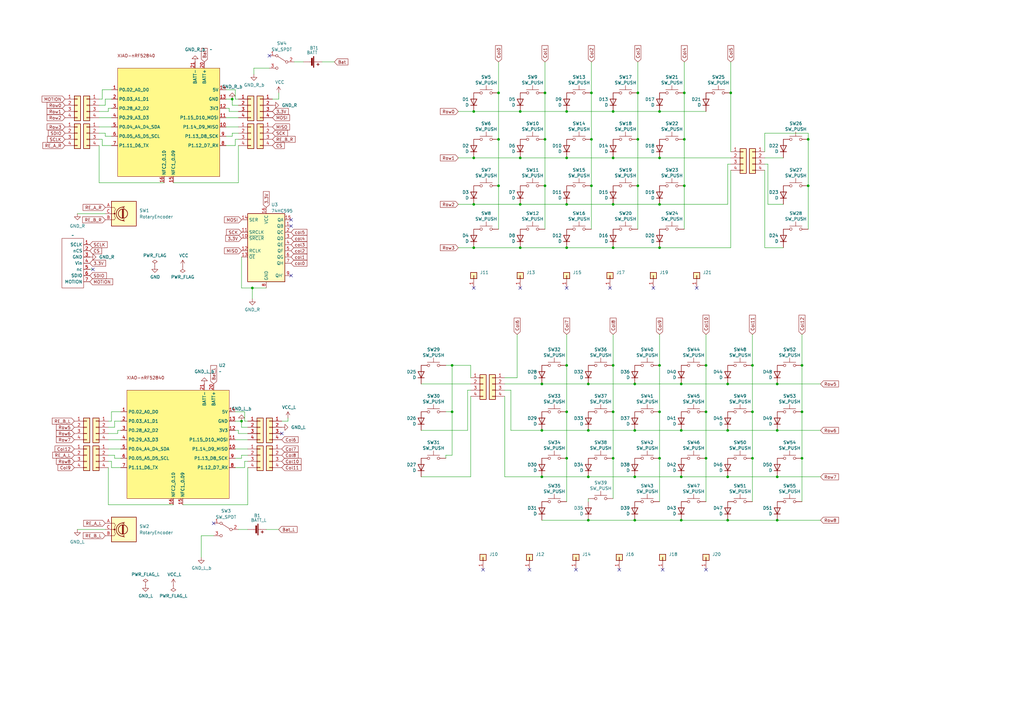
<source format=kicad_sch>
(kicad_sch (version 20250114) (generator "eeschema") (generator_version "9.0")
  (paper "A3")
  (title_block (title "nofy"))
  (junction (at 279.4 157.48))
  (junction (at 232.41 168.91))
  (junction (at 241.3 176.53))
  (junction (at 308.61 168.91))
  (junction (at 185.42 168.91))
  (junction (at 242.57 57.15))
  (junction (at 194.31 64.77))
  (junction (at 331.47 57.15))
  (junction (at 223.52 57.15))
  (junction (at 298.45 213.36))
  (junction (at 232.41 149.86))
  (junction (at 299.72 38.1))
  (junction (at 270.51 149.86))
  (junction (at 213.36 45.72))
  (junction (at 279.4 176.53))
  (junction (at 204.47 38.1))
  (junction (at 223.52 38.1))
  (junction (at 289.56 149.86))
  (junction (at 270.51 45.72))
  (junction (at 251.46 83.82))
  (junction (at 261.62 57.15))
  (junction (at 222.25 195.58))
  (junction (at 270.51 64.77))
  (junction (at 261.62 38.1))
  (junction (at 260.35 157.48))
  (junction (at 308.61 149.86))
  (junction (at 194.31 83.82))
  (junction (at 328.93 187.96))
  (junction (at 241.3 195.58))
  (junction (at 194.31 45.72))
  (junction (at 251.46 45.72))
  (junction (at 270.51 83.82))
  (junction (at 251.46 101.6))
  (junction (at 280.67 38.1))
  (junction (at 328.93 149.86))
  (junction (at 289.56 187.96))
  (junction (at 279.4 213.36))
  (junction (at 251.46 168.91))
  (junction (at 289.56 168.91))
  (junction (at 232.41 83.82))
  (junction (at 331.47 76.2))
  (junction (at 204.47 76.2))
  (junction (at 318.77 213.36))
  (junction (at 308.61 187.96))
  (junction (at 318.77 195.58))
  (junction (at 251.46 187.96))
  (junction (at 260.35 176.53))
  (junction (at 222.25 176.53))
  (junction (at 232.41 101.6))
  (junction (at 213.36 83.82))
  (junction (at 241.3 157.48))
  (junction (at 232.41 187.96))
  (junction (at 260.35 213.36))
  (junction (at 95.25 40.64))
  (junction (at 213.36 64.77))
  (junction (at 185.42 149.86))
  (junction (at 242.57 38.1))
  (junction (at 318.77 157.48))
  (junction (at 241.3 213.36))
  (junction (at 232.41 45.72))
  (junction (at 280.67 76.2))
  (junction (at 270.51 187.96))
  (junction (at 223.52 76.2))
  (junction (at 251.46 64.77))
  (junction (at 251.46 149.86))
  (junction (at 270.51 168.91))
  (junction (at 328.93 168.91))
  (junction (at 318.77 176.53))
  (junction (at 103.505 118.11))
  (junction (at 261.62 76.2))
  (junction (at 213.36 101.6))
  (junction (at 232.41 64.77))
  (junction (at 298.45 195.58))
  (junction (at 270.51 101.6))
  (junction (at 298.45 157.48))
  (junction (at 260.35 195.58))
  (junction (at 194.31 101.6))
  (junction (at 280.67 57.15))
  (junction (at 222.25 157.48))
  (junction (at 298.45 176.53))
  (junction (at 279.4 195.58))
  (junction (at 99.06 172.72))
  (junction (at 204.47 57.15))
  (junction (at 242.57 76.2))
  (no_connect (at 267.97 118.11))
  (no_connect (at 232.41 118.11))
  (no_connect (at 119.38 92.71))
  (no_connect (at 110.49 22.86))
  (no_connect (at 289.56 233.68))
  (no_connect (at 236.22 233.68))
  (no_connect (at 87.63 214.63))
  (no_connect (at 250.19 118.11))
  (no_connect (at 285.75 118.11))
  (no_connect (at 198.12 233.68))
  (no_connect (at 115.57 177.8))
  (no_connect (at 119.38 90.17))
  (no_connect (at 38.1 110.49))
  (no_connect (at 271.78 233.68))
  (no_connect (at 217.17 233.68))
  (no_connect (at 254 233.68))
  (no_connect (at 119.38 113.03))
  (no_connect (at 194.31 118.11))
  (no_connect (at 213.36 118.11))
  (wire (pts (xy 95.25 43.18) (xy 97.79 43.18)))
  (wire (pts (xy 298.45 213.36) (xy 318.77 213.36)))
  (wire (pts (xy 279.4 213.36) (xy 298.45 213.36)))
  (wire (pts (xy 298.45 176.53) (xy 318.77 176.53)))
  (wire (pts (xy 251.46 101.6) (xy 270.51 101.6)))
  (wire (pts (xy 96.52 176.53) (xy 97.79 176.53)))
  (wire (pts (xy 209.55 176.53) (xy 222.25 176.53)))
  (wire (pts (xy 251.46 83.82) (xy 232.41 83.82)))
  (wire (pts (xy 298.45 195.58) (xy 318.77 195.58)))
  (wire (pts (xy 308.61 187.96) (xy 308.61 205.74)))
  (wire (pts (xy 96.52 187.96) (xy 99.06 187.96)))
  (wire (pts (xy 71.12 74.93) (xy 97.79 74.93)))
  (wire (pts (xy 251.46 64.77) (xy 232.41 64.77)))
  (wire (pts (xy 313.69 64.77) (xy 321.31 64.77)))
  (wire (pts (xy 82.55 219.71) (xy 82.55 228.6)))
  (wire (pts (xy 40.64 45.72) (xy 44.45 45.72)))
  (wire (pts (xy 100.33 191.77) (xy 100.33 189.23)))
  (wire (pts (xy 213.36 83.82) (xy 194.31 83.82)))
  (wire (pts (xy 92.71 48.26) (xy 97.79 48.26)))
  (wire (pts (xy 207.01 160.02) (xy 209.55 160.02)))
  (wire (pts (xy 40.64 59.69) (xy 40.64 74.93)))
  (wire (pts (xy 44.45 44.45) (xy 44.45 45.72)))
  (wire (pts (xy 185.42 186.69) (xy 185.42 168.91)))
  (wire (pts (xy 232.41 168.91) (xy 232.41 187.96)))
  (wire (pts (xy 96.52 191.77) (xy 100.33 191.77)))
  (wire (pts (xy 279.4 213.36) (xy 260.35 213.36)))
  (wire (pts (xy 45.72 172.72) (xy 44.45 172.72)))
  (wire (pts (xy 209.55 160.02) (xy 209.55 176.53)))
  (wire (pts (xy 251.46 187.96) (xy 251.46 204.47)))
  (wire (pts (xy 289.56 168.91) (xy 289.56 187.96)))
  (wire (pts (xy 100.33 172.72) (xy 101.6 172.72)))
  (wire (pts (xy 223.52 25.4) (xy 223.52 38.1)))
  (wire (pts (xy 49.53 187.96) (xy 46.99 187.96)))
  (wire (pts (xy 118.11 171.45) (xy 118.11 172.72)))
  (wire (pts (xy 270.51 45.72) (xy 251.46 45.72)))
  (wire (pts (xy 194.31 45.72) (xy 187.96 45.72)))
  (wire (pts (xy 92.71 36.83) (xy 96.52 36.83)))
  (wire (pts (xy 41.91 57.15) (xy 40.64 57.15)))
  (wire (pts (xy 331.47 54.61) (xy 331.47 57.15)))
  (wire (pts (xy 132.08 25.4) (xy 137.16 25.4)))
  (wire (pts (xy 241.3 204.47) (xy 241.3 205.74)))
  (wire (pts (xy 191.77 176.53) (xy 172.72 176.53)))
  (wire (pts (xy 331.47 76.2) (xy 331.47 93.98)))
  (wire (pts (xy 101.6 207.01) (xy 101.6 191.77)))
  (wire (pts (xy 120.65 25.4) (xy 124.46 25.4)))
  (wire (pts (xy 193.04 162.56) (xy 193.04 195.58)))
  (wire (pts (xy 92.71 44.45) (xy 93.98 44.45)))
  (wire (pts (xy 45.72 168.91) (xy 45.72 172.72)))
  (wire (pts (xy 270.51 168.91) (xy 270.51 187.96)))
  (wire (pts (xy 46.99 186.69) (xy 44.45 186.69)))
  (wire (pts (xy 40.64 52.07) (xy 45.72 52.07)))
  (wire (pts (xy 270.51 83.82) (xy 298.45 83.82)))
  (wire (pts (xy 207.01 195.58) (xy 222.25 195.58)))
  (wire (pts (xy 242.57 76.2) (xy 242.57 93.98)))
  (wire (pts (xy 242.57 25.4) (xy 242.57 38.1)))
  (wire (pts (xy 104.14 27.94) (xy 104.14 30.48)))
  (wire (pts (xy 313.69 69.85) (xy 313.69 101.6)))
  (wire (pts (xy 213.36 101.6) (xy 194.31 101.6)))
  (wire (pts (xy 331.47 57.15) (xy 331.47 76.2)))
  (wire (pts (xy 299.72 69.85) (xy 299.72 101.6)))
  (wire (pts (xy 279.4 195.58) (xy 298.45 195.58)))
  (wire (pts (xy 31.75 217.17) (xy 43.18 217.17)))
  (wire (pts (xy 97.79 177.8) (xy 101.6 177.8)))
  (wire (pts (xy 280.67 76.2) (xy 280.67 93.98)))
  (wire (pts (xy 182.88 186.69) (xy 182.88 187.96)))
  (wire (pts (xy 96.52 168.91) (xy 100.33 168.91)))
  (wire (pts (xy 260.35 195.58) (xy 241.3 195.58)))
  (wire (pts (xy 270.51 137.16) (xy 270.51 149.86)))
  (wire (pts (xy 74.93 207.01) (xy 101.6 207.01)))
  (wire (pts (xy 43.18 55.88) (xy 43.18 54.61)))
  (wire (pts (xy 251.46 149.86) (xy 251.46 168.91)))
  (wire (pts (xy 46.99 187.96) (xy 46.99 186.69)))
  (wire (pts (xy 207.01 162.56) (xy 207.01 195.58)))
  (wire (pts (xy 313.69 62.23) (xy 313.69 54.61)))
  (wire (pts (xy 41.91 36.83) (xy 41.91 40.64)))
  (wire (pts (xy 43.18 54.61) (xy 40.64 54.61)))
  (wire (pts (xy 87.63 219.71) (xy 82.55 219.71)))
  (wire (pts (xy 110.49 27.94) (xy 104.14 27.94)))
  (wire (pts (xy 45.72 40.64) (xy 43.18 40.64)))
  (wire (pts (xy 313.69 67.31) (xy 314.96 67.31)))
  (wire (pts (xy 204.47 57.15) (xy 204.47 76.2)))
  (wire (pts (xy 212.09 137.16) (xy 212.09 154.94)))
  (wire (pts (xy 46.99 175.26) (xy 44.45 175.26)))
  (wire (pts (xy 46.99 172.72) (xy 46.99 175.26)))
  (wire (pts (xy 95.25 54.61) (xy 97.79 54.61)))
  (wire (pts (xy 44.45 207.01) (xy 44.45 191.77)))
  (wire (pts (xy 172.72 157.48) (xy 193.04 157.48)))
  (wire (pts (xy 103.505 118.11) (xy 103.505 122.555)))
  (wire (pts (xy 45.72 44.45) (xy 44.45 44.45)))
  (wire (pts (xy 279.4 176.53) (xy 260.35 176.53)))
  (wire (pts (xy 45.72 191.77) (xy 45.72 189.23)))
  (wire (pts (xy 232.41 45.72) (xy 213.36 45.72)))
  (wire (pts (xy 45.72 189.23) (xy 44.45 189.23)))
  (wire (pts (xy 328.93 187.96) (xy 328.93 205.74)))
  (wire (pts (xy 261.62 25.4) (xy 261.62 38.1)))
  (wire (pts (xy 328.93 137.16) (xy 328.93 149.86)))
  (wire (pts (xy 289.56 149.86) (xy 289.56 168.91)))
  (wire (pts (xy 289.56 187.96) (xy 289.56 205.74)))
  (wire (pts (xy 308.61 149.86) (xy 308.61 168.91)))
  (wire (pts (xy 232.41 101.6) (xy 213.36 101.6)))
  (wire (pts (xy 261.62 38.1) (xy 261.62 57.15)))
  (wire (pts (xy 204.47 38.1) (xy 204.47 57.15)))
  (wire (pts (xy 251.46 101.6) (xy 232.41 101.6)))
  (wire (pts (xy 241.3 195.58) (xy 222.25 195.58)))
  (wire (pts (xy 299.72 64.77) (xy 270.51 64.77)))
  (wire (pts (xy 100.33 189.23) (xy 101.6 189.23)))
  (wire (pts (xy 114.3 40.64) (xy 114.3 38.1)))
  (wire (pts (xy 96.52 172.72) (xy 99.06 172.72)))
  (wire (pts (xy 270.51 149.86) (xy 270.51 168.91)))
  (wire (pts (xy 95.25 40.64) (xy 95.25 43.18)))
  (wire (pts (xy 270.51 45.72) (xy 289.56 45.72)))
  (wire (pts (xy 308.61 137.16) (xy 308.61 149.86)))
  (wire (pts (xy 242.57 57.15) (xy 242.57 76.2)))
  (wire (pts (xy 298.45 157.48) (xy 318.77 157.48)))
  (wire (pts (xy 31.75 87.63) (xy 43.18 87.63)))
  (wire (pts (xy 49.53 191.77) (xy 45.72 191.77)))
  (wire (pts (xy 241.3 176.53) (xy 222.25 176.53)))
  (wire (pts (xy 270.51 64.77) (xy 251.46 64.77)))
  (wire (pts (xy 213.36 64.77) (xy 194.31 64.77)))
  (wire (pts (xy 260.35 157.48) (xy 241.3 157.48)))
  (wire (pts (xy 41.91 40.64) (xy 40.64 40.64)))
  (wire (pts (xy 49.53 168.91) (xy 45.72 168.91)))
  (wire (pts (xy 96.52 59.69) (xy 96.52 57.15)))
  (wire (pts (xy 99.06 172.72) (xy 99.06 175.26)))
  (wire (pts (xy 193.04 195.58) (xy 172.72 195.58)))
  (wire (pts (xy 92.71 40.64) (xy 95.25 40.64)))
  (wire (pts (xy 313.69 101.6) (xy 321.31 101.6)))
  (wire (pts (xy 40.64 48.26) (xy 45.72 48.26)))
  (wire (pts (xy 232.41 64.77) (xy 213.36 64.77)))
  (wire (pts (xy 314.96 83.82) (xy 321.31 83.82)))
  (wire (pts (xy 260.35 176.53) (xy 241.3 176.53)))
  (wire (pts (xy 191.77 160.02) (xy 191.77 176.53)))
  (wire (pts (xy 111.76 40.64) (xy 114.3 40.64)))
  (wire (pts (xy 318.77 176.53) (xy 336.55 176.53)))
  (wire (pts (xy 95.25 55.88) (xy 95.25 54.61)))
  (wire (pts (xy 96.52 40.64) (xy 97.79 40.64)))
  (wire (pts (xy 299.72 67.31) (xy 298.45 67.31)))
  (wire (pts (xy 194.31 64.77) (xy 187.96 64.77)))
  (wire (pts (xy 99.06 186.69) (xy 101.6 186.69)))
  (wire (pts (xy 93.98 44.45) (xy 93.98 45.72)))
  (wire (pts (xy 279.4 195.58) (xy 260.35 195.58)))
  (wire (pts (xy 261.62 76.2) (xy 261.62 93.98)))
  (wire (pts (xy 251.46 45.72) (xy 232.41 45.72)))
  (wire (pts (xy 182.88 186.69) (xy 185.42 186.69)))
  (wire (pts (xy 45.72 59.69) (xy 41.91 59.69)))
  (wire (pts (xy 241.3 157.48) (xy 222.25 157.48)))
  (wire (pts (xy 96.52 184.15) (xy 101.6 184.15)))
  (wire (pts (xy 251.46 137.16) (xy 251.46 149.86)))
  (wire (pts (xy 92.71 59.69) (xy 96.52 59.69)))
  (wire (pts (xy 100.33 168.91) (xy 100.33 172.72)))
  (wire (pts (xy 97.79 59.69) (xy 97.79 74.93)))
  (wire (pts (xy 182.88 149.86) (xy 185.42 149.86)))
  (wire (pts (xy 207.01 157.48) (xy 222.25 157.48)))
  (wire (pts (xy 48.26 176.53) (xy 48.26 177.8)))
  (wire (pts (xy 99.06 105.41) (xy 99.06 118.11)))
  (wire (pts (xy 204.47 25.4) (xy 204.47 38.1)))
  (wire (pts (xy 314.96 67.31) (xy 314.96 83.82)))
  (wire (pts (xy 280.67 57.15) (xy 280.67 76.2)))
  (wire (pts (xy 328.93 168.91) (xy 328.93 187.96)))
  (wire (pts (xy 232.41 149.86) (xy 232.41 168.91)))
  (wire (pts (xy 298.45 67.31) (xy 298.45 83.82)))
  (wire (pts (xy 93.98 45.72) (xy 97.79 45.72)))
  (wire (pts (xy 193.04 160.02) (xy 191.77 160.02)))
  (wire (pts (xy 270.51 187.96) (xy 270.51 205.74)))
  (wire (pts (xy 242.57 38.1) (xy 242.57 57.15)))
  (wire (pts (xy 44.45 184.15) (xy 49.53 184.15)))
  (wire (pts (xy 187.96 101.6) (xy 194.31 101.6)))
  (wire (pts (xy 115.57 172.72) (xy 118.11 172.72)))
  (wire (pts (xy 223.52 38.1) (xy 223.52 57.15)))
  (wire (pts (xy 299.72 101.6) (xy 270.51 101.6)))
  (wire (pts (xy 212.09 154.94) (xy 207.01 154.94)))
  (wire (pts (xy 194.31 83.82) (xy 187.96 83.82)))
  (wire (pts (xy 280.67 38.1) (xy 280.67 57.15)))
  (wire (pts (xy 313.69 54.61) (xy 331.47 54.61)))
  (wire (pts (xy 280.67 25.4) (xy 280.67 38.1)))
  (wire (pts (xy 109.22 118.11) (xy 103.505 118.11)))
  (wire (pts (xy 299.72 25.4) (xy 299.72 38.1)))
  (wire (pts (xy 279.4 157.48) (xy 260.35 157.48)))
  (wire (pts (xy 99.06 118.11) (xy 103.505 118.11)))
  (wire (pts (xy 241.3 213.36) (xy 222.25 213.36)))
  (wire (pts (xy 270.51 83.82) (xy 251.46 83.82)))
  (wire (pts (xy 232.41 137.16) (xy 232.41 149.86)))
  (wire (pts (xy 99.06 175.26) (xy 101.6 175.26)))
  (wire (pts (xy 49.53 172.72) (xy 46.99 172.72)))
  (wire (pts (xy 193.04 149.86) (xy 193.04 154.94)))
  (wire (pts (xy 318.77 213.36) (xy 336.55 213.36)))
  (wire (pts (xy 204.47 76.2) (xy 204.47 93.98)))
  (wire (pts (xy 41.91 59.69) (xy 41.91 57.15)))
  (wire (pts (xy 251.46 168.91) (xy 251.46 187.96)))
  (wire (pts (xy 97.79 176.53) (xy 97.79 177.8)))
  (wire (pts (xy 44.45 180.34) (xy 49.53 180.34)))
  (wire (pts (xy 45.72 55.88) (xy 43.18 55.88)))
  (wire (pts (xy 185.42 149.86) (xy 185.42 168.91)))
  (wire (pts (xy 279.4 176.53) (xy 298.45 176.53)))
  (wire (pts (xy 49.53 176.53) (xy 48.26 176.53)))
  (wire (pts (xy 44.45 177.8) (xy 48.26 177.8)))
  (wire (pts (xy 328.93 149.86) (xy 328.93 168.91)))
  (wire (pts (xy 318.77 195.58) (xy 336.55 195.58)))
  (wire (pts (xy 71.12 207.01) (xy 44.45 207.01)))
  (wire (pts (xy 279.4 157.48) (xy 298.45 157.48)))
  (wire (pts (xy 182.88 168.91) (xy 185.42 168.91)))
  (wire (pts (xy 223.52 57.15) (xy 223.52 76.2)))
  (wire (pts (xy 213.36 45.72) (xy 194.31 45.72)))
  (wire (pts (xy 96.52 57.15) (xy 97.79 57.15)))
  (wire (pts (xy 318.77 157.48) (xy 336.55 157.48)))
  (wire (pts (xy 109.22 217.17) (xy 114.3 217.17)))
  (wire (pts (xy 261.62 57.15) (xy 261.62 76.2)))
  (wire (pts (xy 299.72 38.1) (xy 299.72 62.23)))
  (wire (pts (xy 45.72 36.83) (xy 41.91 36.83)))
  (wire (pts (xy 260.35 213.36) (xy 241.3 213.36)))
  (wire (pts (xy 67.31 74.93) (xy 40.64 74.93)))
  (wire (pts (xy 38.1 110.49) (xy 36.83 110.49)))
  (wire (pts (xy 96.52 180.34) (xy 101.6 180.34)))
  (wire (pts (xy 92.71 55.88) (xy 95.25 55.88)))
  (wire (pts (xy 99.06 187.96) (xy 99.06 186.69)))
  (wire (pts (xy 308.61 168.91) (xy 308.61 187.96)))
  (wire (pts (xy 232.41 187.96) (xy 232.41 205.74)))
  (wire (pts (xy 97.79 217.17) (xy 101.6 217.17)))
  (wire (pts (xy 232.41 83.82) (xy 213.36 83.82)))
  (wire (pts (xy 289.56 137.16) (xy 289.56 149.86)))
  (wire (pts (xy 96.52 36.83) (xy 96.52 40.64)))
  (wire (pts (xy 185.42 149.86) (xy 193.04 149.86)))
  (wire (pts (xy 43.18 40.64) (xy 43.18 43.18)))
  (wire (pts (xy 92.71 52.07) (xy 97.79 52.07)))
  (wire (pts (xy 43.18 43.18) (xy 40.64 43.18)))
  (wire (pts (xy 223.52 76.2) (xy 223.52 93.98)))
  (global_label "Row1" (shape input) (at 26.67 45.72 180) (property "Intersheetrefs" "${INTERSHEET_REFS}" (effects (hide yes))))
  (global_label "Row2" (shape input) (at 187.96 83.82 180) (property "Intersheetrefs" "${INTERSHEET_REFS}" (effects (hide yes))))
  (global_label "Col6" (shape input) (at 115.57 180.34 0) (property "Intersheetrefs" "${INTERSHEET_REFS}" (effects (hide yes))))
  (global_label "Row1" (shape input) (at 187.96 64.77 180) (property "Intersheetrefs" "${INTERSHEET_REFS}" (effects (hide yes))))
  (global_label "col0" (shape input) (at 119.38 107.95 0) (property "Intersheetrefs" "${INTERSHEET_REFS}" (effects (hide yes))))
  (global_label "Col3" (shape input) (at 261.62 25.4 90) (property "Intersheetrefs" "${INTERSHEET_REFS}" (effects (hide yes))))
  (global_label "RE_A_L" (shape input) (at 43.18 214.63 180) (property "Intersheetrefs" "${INTERSHEET_REFS}" (effects (hide yes))))
  (global_label "RE_A_R" (shape input) (at 26.67 59.69 180) (property "Intersheetrefs" "${INTERSHEET_REFS}" (effects (hide yes))))
  (global_label "3.3V" (shape input) (at 36.83 107.95 0) (property "Intersheetrefs" "${INTERSHEET_REFS}" (effects (hide yes))))
  (global_label "Bat_L" (shape input) (at 87.63 157.48 90) (property "Intersheetrefs" "${INTERSHEET_REFS}" (effects (hide yes))))
  (global_label "MISO" (shape input) (at 99.06 102.87 180) (property "Intersheetrefs" "${INTERSHEET_REFS}" (effects (hide yes))))
  (global_label "Col7" (shape input) (at 232.41 137.16 90) (property "Intersheetrefs" "${INTERSHEET_REFS}" (effects (hide yes))))
  (global_label "Col9" (shape input) (at 30.48 191.77 180) (property "Intersheetrefs" "${INTERSHEET_REFS}" (effects (hide yes))))
  (global_label "col3" (shape input) (at 119.38 100.33 0) (property "Intersheetrefs" "${INTERSHEET_REFS}" (effects (hide yes))))
  (global_label "CS" (shape input) (at 36.83 102.87 0) (property "Intersheetrefs" "${INTERSHEET_REFS}" (effects (hide yes))))
  (global_label "SDIO" (shape input) (at 26.67 54.61 180) (property "Intersheetrefs" "${INTERSHEET_REFS}" (effects (hide yes))))
  (global_label "MOTION" (shape input) (at 36.83 115.57 0) (property "Intersheetrefs" "${INTERSHEET_REFS}" (effects (hide yes))))
  (global_label "Col6" (shape input) (at 212.09 137.16 90) (property "Intersheetrefs" "${INTERSHEET_REFS}" (effects (hide yes))))
  (global_label "Col12" (shape input) (at 328.93 137.16 90) (property "Intersheetrefs" "${INTERSHEET_REFS}" (effects (hide yes))))
  (global_label "Bat_L" (shape input) (at 114.3 217.17 0) (property "Intersheetrefs" "${INTERSHEET_REFS}" (effects (hide yes))))
  (global_label "Col11" (shape input) (at 308.61 137.16 90) (property "Intersheetrefs" "${INTERSHEET_REFS}" (effects (hide yes))))
  (global_label "3.3V" (shape input) (at 109.22 85.09 90) (property "Intersheetrefs" "${INTERSHEET_REFS}" (effects (hide yes))))
  (global_label "Row6" (shape input) (at 336.55 176.53 0) (property "Intersheetrefs" "${INTERSHEET_REFS}" (effects (hide yes))))
  (global_label "Row0" (shape input) (at 187.96 45.72 180) (property "Intersheetrefs" "${INTERSHEET_REFS}" (effects (hide yes))))
  (global_label "Col7" (shape input) (at 115.57 184.15 0) (property "Intersheetrefs" "${INTERSHEET_REFS}" (effects (hide yes))))
  (global_label "Col8" (shape input) (at 251.46 137.16 90) (property "Intersheetrefs" "${INTERSHEET_REFS}" (effects (hide yes))))
  (global_label "MISO" (shape input) (at 111.76 52.07 0) (property "Intersheetrefs" "${INTERSHEET_REFS}" (effects (hide yes))))
  (global_label "RE_B_R" (shape input) (at 43.18 90.17 180) (property "Intersheetrefs" "${INTERSHEET_REFS}" (effects (hide yes))))
  (global_label "Row2" (shape input) (at 26.67 48.26 180) (property "Intersheetrefs" "${INTERSHEET_REFS}" (effects (hide yes))))
  (global_label "Row5" (shape input) (at 336.55 157.48 0) (property "Intersheetrefs" "${INTERSHEET_REFS}" (effects (hide yes))))
  (global_label "Col10" (shape input) (at 115.57 189.23 0) (property "Intersheetrefs" "${INTERSHEET_REFS}" (effects (hide yes))))
  (global_label "col1" (shape input) (at 119.38 105.41 0) (property "Intersheetrefs" "${INTERSHEET_REFS}" (effects (hide yes))))
  (global_label "Bat" (shape input) (at 83.82 25.4 90) (property "Intersheetrefs" "${INTERSHEET_REFS}" (effects (hide yes))))
  (global_label "SCK" (shape input) (at 111.76 54.61 0) (property "Intersheetrefs" "${INTERSHEET_REFS}" (effects (hide yes))))
  (global_label "col2" (shape input) (at 119.38 102.87 0) (property "Intersheetrefs" "${INTERSHEET_REFS}" (effects (hide yes))))
  (global_label "MOTION" (shape input) (at 26.67 40.64 180) (property "Intersheetrefs" "${INTERSHEET_REFS}" (effects (hide yes))))
  (global_label "Col11" (shape input) (at 115.57 191.77 0) (property "Intersheetrefs" "${INTERSHEET_REFS}" (effects (hide yes))))
  (global_label "Row8" (shape input) (at 30.48 189.23 180) (property "Intersheetrefs" "${INTERSHEET_REFS}" (effects (hide yes))))
  (global_label "RE_A_R" (shape input) (at 43.18 85.09 180) (property "Intersheetrefs" "${INTERSHEET_REFS}" (effects (hide yes))))
  (global_label "Row3" (shape input) (at 187.96 101.6 180) (property "Intersheetrefs" "${INTERSHEET_REFS}" (effects (hide yes))))
  (global_label "SDIO" (shape input) (at 36.83 113.03 0) (property "Intersheetrefs" "${INTERSHEET_REFS}" (effects (hide yes))))
  (global_label "3.3V" (shape input) (at 99.06 97.79 180) (property "Intersheetrefs" "${INTERSHEET_REFS}" (effects (hide yes))))
  (global_label "Col4" (shape input) (at 280.67 25.4 90) (property "Intersheetrefs" "${INTERSHEET_REFS}" (effects (hide yes))))
  (global_label "col4" (shape input) (at 119.38 97.79 0) (property "Intersheetrefs" "${INTERSHEET_REFS}" (effects (hide yes))))
  (global_label "RE_A_L" (shape input) (at 30.48 186.69 180) (property "Intersheetrefs" "${INTERSHEET_REFS}" (effects (hide yes))))
  (global_label "Row3" (shape input) (at 26.67 52.07 180) (property "Intersheetrefs" "${INTERSHEET_REFS}" (effects (hide yes))))
  (global_label "SCLK" (shape input) (at 26.67 57.15 180) (property "Intersheetrefs" "${INTERSHEET_REFS}" (effects (hide yes))))
  (global_label "3.3V" (shape input) (at 111.76 45.72 0) (property "Intersheetrefs" "${INTERSHEET_REFS}" (effects (hide yes))))
  (global_label "Col2" (shape input) (at 242.57 25.4 90) (property "Intersheetrefs" "${INTERSHEET_REFS}" (effects (hide yes))))
  (global_label "RE_B_L" (shape input) (at 43.18 219.71 180) (property "Intersheetrefs" "${INTERSHEET_REFS}" (effects (hide yes))))
  (global_label "Col5" (shape input) (at 299.72 25.4 90) (property "Intersheetrefs" "${INTERSHEET_REFS}" (effects (hide yes))))
  (global_label "Bat" (shape input) (at 137.16 25.4 0) (property "Intersheetrefs" "${INTERSHEET_REFS}" (effects (hide yes))))
  (global_label "RE_B_R" (shape input) (at 111.76 57.15 0) (property "Intersheetrefs" "${INTERSHEET_REFS}" (effects (hide yes))))
  (global_label "Row0" (shape input) (at 26.67 43.18 180) (property "Intersheetrefs" "${INTERSHEET_REFS}" (effects (hide yes))))
  (global_label "Col8" (shape input) (at 115.57 186.69 0) (property "Intersheetrefs" "${INTERSHEET_REFS}" (effects (hide yes))))
  (global_label "Row7" (shape input) (at 336.55 195.58 0) (property "Intersheetrefs" "${INTERSHEET_REFS}" (effects (hide yes))))
  (global_label "Row8" (shape input) (at 336.55 213.36 0) (property "Intersheetrefs" "${INTERSHEET_REFS}" (effects (hide yes))))
  (global_label "Col10" (shape input) (at 289.56 137.16 90) (property "Intersheetrefs" "${INTERSHEET_REFS}" (effects (hide yes))))
  (global_label "Col9" (shape input) (at 270.51 137.16 90) (property "Intersheetrefs" "${INTERSHEET_REFS}" (effects (hide yes))))
  (global_label "SCLK" (shape input) (at 36.83 100.33 0) (property "Intersheetrefs" "${INTERSHEET_REFS}" (effects (hide yes))))
  (global_label "Col1" (shape input) (at 223.52 25.4 90) (property "Intersheetrefs" "${INTERSHEET_REFS}" (effects (hide yes))))
  (global_label "Row5" (shape input) (at 30.48 175.26 180) (property "Intersheetrefs" "${INTERSHEET_REFS}" (effects (hide yes))))
  (global_label "Row7" (shape input) (at 30.48 180.34 180) (property "Intersheetrefs" "${INTERSHEET_REFS}" (effects (hide yes))))
  (global_label "MOSI" (shape input) (at 99.06 90.17 180) (property "Intersheetrefs" "${INTERSHEET_REFS}" (effects (hide yes))))
  (global_label "Row6" (shape input) (at 30.48 177.8 180) (property "Intersheetrefs" "${INTERSHEET_REFS}" (effects (hide yes))))
  (global_label "CS" (shape input) (at 111.76 59.69 0) (property "Intersheetrefs" "${INTERSHEET_REFS}" (effects (hide yes))))
  (global_label "SCK" (shape input) (at 99.06 95.25 180) (property "Intersheetrefs" "${INTERSHEET_REFS}" (effects (hide yes))))
  (global_label "Col12" (shape input) (at 30.48 184.15 180) (property "Intersheetrefs" "${INTERSHEET_REFS}" (effects (hide yes))))
  (global_label "col5" (shape input) (at 119.38 95.25 0) (property "Intersheetrefs" "${INTERSHEET_REFS}" (effects (hide yes))))
  (global_label "MOSI" (shape input) (at 111.76 48.26 0) (property "Intersheetrefs" "${INTERSHEET_REFS}" (effects (hide yes))))
  (global_label "RE_B_L" (shape input) (at 30.48 172.72 180) (property "Intersheetrefs" "${INTERSHEET_REFS}" (effects (hide yes))))
  (global_label "Col0" (shape input) (at 204.47 25.4 90) (property "Intersheetrefs" "${INTERSHEET_REFS}" (effects (hide yes))))
  (symbol (lib_id "Device:D") (at 270.51 97.79 270) (mirror x) (unit 1)
    (property "Reference" "D20" (at 268.5034 96.6216 90) (effects (justify right)))
    (property "Value" "D" (at 268.5034 98.933 90) (effects (justify right)))
    (property "Footprint" "_kicad_footprints:Diode_SMD" (effects (hide yes)))
  )
  (symbol (lib_id "Switch:SW_Push") (at 326.39 76.2 0) (mirror y) (unit 1)
    (property "Reference" "SW27" (at 326.39 69.723 0))
    (property "Value" "SW_PUSH" (at 326.39 72.0344 0))
    (property "Footprint" "nofy:Choc_v2_Hotswap_1u_17mm" (effects (hide yes)))
  )
  (symbol (lib_id "nofy:PIn1x4") (at 102.87 62.23 0) (unit 1)
    (property "Reference" "J35" (effects (hide yes)))
    (property "Value" "PIn1x4" (effects (hide yes)))
    (property "Footprint" "nofy:Pin1x4" (effects (hide yes)))
  )
  (symbol (lib_id "Switch:SW_Push") (at 237.49 76.2 0) (mirror y) (unit 1)
    (property "Reference" "SW15" (at 237.49 69.723 0))
    (property "Value" "SW_PUSH" (at 237.49 72.0344 0))
    (property "Footprint" "nofy:Choc_v2_Hotswap_1u_17mm" (effects (hide yes)))
  )
  (symbol (lib_id "Switch:SW_Push") (at 294.64 38.1 0) (mirror y) (unit 1)
    (property "Reference" "SW25" (at 294.64 31.623 0))
    (property "Value" "SW_PUSH" (at 294.64 33.9344 0))
    (property "Footprint" "nofy:Choc_v2_Hotswap_1u_17mm" (effects (hide yes)))
  )
  (symbol (lib_id "power:GND") (at 59.69 240.03 0) (unit 1)
    (property "Reference" "#PWR03" (effects (hide yes)))
    (property "Value" "GND_L" (at 59.817 244.4242 0))
  )
  (symbol (lib_id "Connector_Generic:Conn_01x01") (at 217.17 228.6 90) (unit 1)
    (property "Reference" "J12" (at 219.71 227.3299 90) (effects (justify right)))
    (property "Value" "Conn_01x01-Connector_Generic" (effects (hide yes)))
    (property "Footprint" "MountingHole:MountingHole_3.2mm_M3" (effects (hide yes)))
    (property "Description" "Generic connector, single row, 01x01, script generated (kicad-library-utils/schlib/autogen/connector/)" (effects (hide yes)))
  )
  (symbol (lib_id "nofy:PIn1x4") (at 106.68 50.8 0) (mirror y) (unit 1)
    (property "Reference" "J38" (effects (hide yes)))
    (property "Value" "PIn1x4" (effects (hide yes)))
    (property "Footprint" "nofy:Pin1x4" (effects (hide yes)))
  )
  (symbol (lib_id "Switch:SW_Push") (at 177.8 168.91 0) (mirror y) (unit 1)
    (property "Reference" "SW30" (at 177.8 162.433 0))
    (property "Value" "SW_PUSH" (at 177.8 164.7444 0))
    (property "Footprint" "nofy:Choc_v2_Hotswap_1u_17mm" (effects (hide yes)))
  )
  (symbol (lib_id "Connector_Generic:Conn_01x01") (at 198.12 228.6 90) (unit 1)
    (property "Reference" "J10" (at 200.66 227.3299 90) (effects (justify right)))
    (property "Value" "Conn_01x01-Connector_Generic" (effects (hide yes)))
    (property "Footprint" "MountingHole:MountingHole_3.2mm_M3" (effects (hide yes)))
    (property "Description" "Generic connector, single row, 01x01, script generated (kicad-library-utils/schlib/autogen/connector/)" (effects (hide yes)))
  )
  (symbol (lib_id "Device:D") (at 279.4 153.67 270) (mirror x) (unit 1)
    (property "Reference" "D40" (at 277.3934 152.5016 90) (effects (justify right)))
    (property "Value" "D" (at 277.3934 154.813 90) (effects (justify right)))
    (property "Footprint" "_kicad_footprints:Diode_SMD" (effects (hide yes)))
  )
  (symbol (lib_id "Device:D") (at 172.72 153.67 270) (mirror x) (unit 1)
    (property "Reference" "D25" (at 170.7134 152.5016 90) (effects (justify right)))
    (property "Value" "D" (at 170.7134 154.813 90) (effects (justify right)))
    (property "Footprint" "_kicad_footprints:Diode_SMD" (effects (hide yes)))
  )
  (symbol (lib_id "Device:D") (at 172.72 172.72 270) (mirror x) (unit 1)
    (property "Reference" "D26" (at 170.7134 171.5516 90) (effects (justify right)))
    (property "Value" "D" (at 170.7134 173.863 90) (effects (justify right)))
    (property "Footprint" "_kicad_footprints:Diode_SMD" (effects (hide yes)))
  )
  (symbol (lib_id "Device:D") (at 232.41 60.96 270) (mirror x) (unit 1)
    (property "Reference" "D10" (at 230.4034 59.7916 90) (effects (justify right)))
    (property "Value" "D" (at 230.4034 62.103 90) (effects (justify right)))
    (property "Footprint" "_kicad_footprints:Diode_SMD" (effects (hide yes)))
  )
  (symbol (lib_id "Device:D") (at 260.35 153.67 270) (mirror x) (unit 1)
    (property "Reference" "D36" (at 258.3434 152.5016 90) (effects (justify right)))
    (property "Value" "D" (at 258.3434 154.813 90) (effects (justify right)))
    (property "Footprint" "_kicad_footprints:Diode_SMD" (effects (hide yes)))
  )
  (symbol (lib_id "Switch:SW_Push") (at 265.43 168.91 0) (mirror y) (unit 1)
    (property "Reference" "SW41" (at 265.43 162.433 0))
    (property "Value" "SW_PUSH" (at 265.43 164.7444 0))
    (property "Footprint" "nofy:Choc_v2_Hotswap_1u_17mm" (effects (hide yes)))
  )
  (symbol (lib_id "Device:D") (at 279.4 172.72 270) (mirror x) (unit 1)
    (property "Reference" "D41" (at 277.3934 171.5516 90) (effects (justify right)))
    (property "Value" "D" (at 277.3934 173.863 90) (effects (justify right)))
    (property "Footprint" "_kicad_footprints:Diode_SMD" (effects (hide yes)))
  )
  (symbol (lib_id "Switch:SW_Push") (at 256.54 76.2 0) (mirror y) (unit 1)
    (property "Reference" "SW19" (at 256.54 69.723 0))
    (property "Value" "SW_PUSH" (at 256.54 72.0344 0))
    (property "Footprint" "nofy:Choc_v2_Hotswap_1u_17mm" (effects (hide yes)))
  )
  (symbol (lib_id "Switch:SW_Push") (at 227.33 187.96 0) (mirror y) (unit 1)
    (property "Reference" "SW34" (at 227.33 181.483 0))
    (property "Value" "SW_PUSH" (at 227.33 183.7944 0))
    (property "Footprint" "nofy:Choc_v2_Hotswap_1u_17mm" (effects (hide yes)))
  )
  (symbol (lib_id "Switch:SW_Push") (at 323.85 187.96 0) (mirror y) (unit 1)
    (property "Reference" "SW54" (at 323.85 181.483 0))
    (property "Value" "SW_PUSH" (at 323.85 183.7944 0))
    (property "Footprint" "nofy:Choc_v2_Hotswap_1u_17mm" (effects (hide yes)))
  )
  (symbol (lib_id "Switch:SW_Push") (at 256.54 93.98 0) (mirror y) (unit 1)
    (property "Reference" "SW20" (at 256.54 87.503 0))
    (property "Value" "SW_PUSH" (at 256.54 89.8144 0))
    (property "Footprint" "nofy:Choc_v2_Hotswap_1u_17mm" (effects (hide yes)))
  )
  (symbol (lib_id "Device:RotaryEncoder") (at 50.8 87.63 0) (unit 1)
    (property "Reference" "SW1" (at 57.15 86.3599 0) (effects (justify left)))
    (property "Value" "RotaryEncoder" (at 57.15 88.8999 0) (effects (justify left)))
    (property "Footprint" "nofy:RotaryEncoder_EC12E" (effects (hide yes)))
    (property "Description" "Rotary encoder, dual channel, incremental quadrate outputs" (effects (hide yes)))
  )
  (symbol (lib_name "GND_1") (lib_id "power:GND") (at 95.25 40.64 180) (unit 1)
    (property "Reference" "#PWR011" (effects (hide yes)))
    (property "Value" "GND_R_b" (at 95.25 35.56 0))
    (property "Description" "Power symbol creates a global label with name \"GND\" , ground" (effects (hide yes)))
  )
  (symbol (lib_id "Device:D") (at 251.46 80.01 270) (mirror x) (unit 1)
    (property "Reference" "D15" (at 249.4534 78.8416 90) (effects (justify right)))
    (property "Value" "D" (at 249.4534 81.153 90) (effects (justify right)))
    (property "Footprint" "_kicad_footprints:Diode_SMD" (effects (hide yes)))
  )
  (symbol (lib_id "Device:D") (at 270.51 80.01 270) (mirror x) (unit 1)
    (property "Reference" "D19" (at 268.5034 78.8416 90) (effects (justify right)))
    (property "Value" "D" (at 268.5034 81.153 90) (effects (justify right)))
    (property "Footprint" "_kicad_footprints:Diode_SMD" (effects (hide yes)))
  )
  (symbol (lib_id "Device:D") (at 194.31 41.91 270) (mirror x) (unit 1)
    (property "Reference" "D1" (at 192.3034 40.7416 90) (effects (justify right)))
    (property "Value" "D" (at 192.3034 43.053 90) (effects (justify right)))
    (property "Footprint" "_kicad_footprints:Diode_SMD" (effects (hide yes)))
  )
  (symbol (lib_id "Switch:SW_Push") (at 256.54 57.15 0) (mirror y) (unit 1)
    (property "Reference" "SW18" (at 256.54 50.673 0))
    (property "Value" "SW_PUSH" (at 256.54 52.9844 0))
    (property "Footprint" "nofy:Choc_v2_Hotswap_1u_17mm" (effects (hide yes)))
  )
  (symbol (lib_id "Device:D") (at 318.77 209.55 270) (mirror x) (unit 1)
    (property "Reference" "D51" (at 316.7634 208.3816 90) (effects (justify right)))
    (property "Value" "D" (at 316.7634 210.693 90) (effects (justify right)))
    (property "Footprint" "_kicad_footprints:Diode_SMD" (effects (hide yes)))
  )
  (symbol (lib_id "Device:D") (at 321.31 60.96 270) (mirror x) (unit 1)
    (property "Reference" "D22" (at 319.3034 59.7916 90) (effects (justify right)))
    (property "Value" "D" (at 319.3034 62.103 90) (effects (justify right)))
    (property "Footprint" "_kicad_footprints:Diode_SMD" (effects (hide yes)))
  )
  (symbol (lib_id "Switch:SW_Push") (at 326.39 93.98 0) (mirror y) (unit 1)
    (property "Reference" "SW28" (at 326.39 87.503 0))
    (property "Value" "SW_PUSH" (at 326.39 89.8144 0))
    (property "Footprint" "nofy:Choc_v2_Hotswap_1u_17mm" (effects (hide yes)))
  )
  (symbol (lib_id "nofy:PIn1x4") (at 110.49 194.31 0) (mirror y) (unit 1)
    (property "Reference" "J29" (effects (hide yes)))
    (property "Value" "PIn1x4" (effects (hide yes)))
    (property "Footprint" "nofy:Pin1x4" (effects (hide yes)))
  )
  (symbol (lib_id "Device:D") (at 298.45 209.55 270) (mirror x) (unit 1)
    (property "Reference" "D47" (at 296.4434 208.3816 90) (effects (justify right)))
    (property "Value" "D" (at 296.4434 210.693 90) (effects (justify right)))
    (property "Footprint" "_kicad_footprints:Diode_SMD" (effects (hide yes)))
  )
  (symbol (lib_id "Switch:SW_Push") (at 199.39 57.15 0) (mirror y) (unit 1)
    (property "Reference" "SW6" (at 199.39 50.673 0))
    (property "Value" "SW_PUSH" (at 199.39 52.9844 0))
    (property "Footprint" "nofy:Choc_v2_Hotswap_1u_17mm" (effects (hide yes)))
  )
  (symbol (lib_id "Switch:SW_Push") (at 237.49 93.98 0) (mirror y) (unit 1)
    (property "Reference" "SW16" (at 237.49 87.503 0))
    (property "Value" "SW_PUSH" (at 237.49 89.8144 0))
    (property "Footprint" "nofy:Choc_v2_Hotswap_1u_17mm" (effects (hide yes)))
  )
  (symbol (lib_id "power:PWR_FLAG") (at 59.69 240.03 0) (unit 1)
    (property "Reference" "#FLG01" (effects (hide yes)))
    (property "Value" "PWR_FLAG_L" (at 59.69 235.6104 0))
  )
  (symbol (lib_id "power:VCC") (at 118.11 171.45 0) (unit 1)
    (property "Reference" "#PWR020" (effects (hide yes)))
    (property "Value" "VCC_L" (at 118.5418 167.0558 0))
  )
  (symbol (lib_id "Device:D") (at 222.25 191.77 270) (mirror x) (unit 1)
    (property "Reference" "D30" (at 220.2434 190.6016 90) (effects (justify right)))
    (property "Value" "D" (at 220.2434 192.913 90) (effects (justify right)))
    (property "Footprint" "_kicad_footprints:Diode_SMD" (effects (hide yes)))
  )
  (symbol (lib_id "power:GND") (at 103.505 122.555 0) (unit 1)
    (property "Reference" "#PWR013" (effects (hide yes)))
    (property "Value" "GND_R" (at 103.505 127 0))
  )
  (symbol (lib_id "Device:D") (at 194.31 80.01 270) (mirror x) (unit 1)
    (property "Reference" "D3" (at 192.3034 78.8416 90) (effects (justify right)))
    (property "Value" "D" (at 192.3034 81.153 90) (effects (justify right)))
    (property "Footprint" "_kicad_footprints:Diode_SMD" (effects (hide yes)))
  )
  (symbol (lib_id "Device:D") (at 232.41 41.91 270) (mirror x) (unit 1)
    (property "Reference" "D9" (at 230.4034 40.7416 90) (effects (justify right)))
    (property "Value" "D" (at 230.4034 43.053 90) (effects (justify right)))
    (property "Footprint" "_kicad_footprints:Diode_SMD" (effects (hide yes)))
  )
  (symbol (lib_id "Device:D") (at 298.45 172.72 270) (mirror x) (unit 1)
    (property "Reference" "D45" (at 296.4434 171.5516 90) (effects (justify right)))
    (property "Value" "D" (at 296.4434 173.863 90) (effects (justify right)))
    (property "Footprint" "_kicad_footprints:Diode_SMD" (effects (hide yes)))
  )
  (symbol (lib_id "nofy:PIn1x4") (at 304.8 72.39 0) (unit 1)
    (property "Reference" "J22" (effects (hide yes)))
    (property "Value" "PIn1x4" (effects (hide yes)))
    (property "Footprint" "nofy:Pin1x4" (effects (hide yes)))
  )
  (symbol (lib_id "Device:Battery_Cell") (at 104.14 217.17 270) (unit 1)
    (property "Reference" "B1" (at 104.14 211.455 90) (effects (justify left)))
    (property "Value" "BATT_L" (at 102.87 213.36 90) (effects (justify left)))
    (property "Footprint" "_kicad_footprints:JST_S2B-PH-SM4-TB" (effects (hide yes)))
  )
  (symbol (lib_id "Device:D") (at 251.46 41.91 270) (mirror x) (unit 1)
    (property "Reference" "D13" (at 249.4534 40.7416 90) (effects (justify right)))
    (property "Value" "D" (at 249.4534 43.053 90) (effects (justify right)))
    (property "Footprint" "_kicad_footprints:Diode_SMD" (effects (hide yes)))
  )
  (symbol (lib_id "Switch:SW_Push") (at 265.43 149.86 0) (mirror y) (unit 1)
    (property "Reference" "SW40" (at 265.43 143.383 0))
    (property "Value" "SW_PUSH" (at 265.43 145.6944 0))
    (property "Footprint" "nofy:Choc_v2_Hotswap_1u_17mm" (effects (hide yes)))
  )
  (symbol (lib_id "Device:D") (at 232.41 97.79 270) (mirror x) (unit 1)
    (property "Reference" "D12" (at 230.4034 96.6216 90) (effects (justify right)))
    (property "Value" "D" (at 230.4034 98.933 90) (effects (justify right)))
    (property "Footprint" "_kicad_footprints:Diode_SMD" (effects (hide yes)))
  )
  (symbol (lib_name "GND_1") (lib_id "power:GND") (at 36.83 105.41 90) (unit 1)
    (property "Reference" "#PWR02" (effects (hide yes)))
    (property "Value" "GND_R" (at 40.64 105.4099 90) (effects (justify right)))
    (property "Description" "Power symbol creates a global label with name \"GND\" , ground" (effects (hide yes)))
  )
  (symbol (lib_id "Connector_Generic:Conn_01x01") (at 285.75 113.03 90) (unit 1)
    (property "Reference" "J21" (at 288.29 111.7599 90) (effects (justify right)))
    (property "Value" "Conn_01x01-Connector_Generic" (effects (hide yes)))
    (property "Footprint" "MountingHole:MountingHole_3.2mm_M3" (effects (hide yes)))
    (property "Description" "Generic connector, single row, 01x01, script generated (kicad-library-utils/schlib/autogen/connector/)" (effects (hide yes)))
  )
  (symbol (lib_id "Device:D") (at 251.46 60.96 270) (mirror x) (unit 1)
    (property "Reference" "D14" (at 249.4534 59.7916 90) (effects (justify right)))
    (property "Value" "D" (at 249.4534 62.103 90) (effects (justify right)))
    (property "Footprint" "_kicad_footprints:Diode_SMD" (effects (hide yes)))
  )
  (symbol (lib_id "Switch:SW_Push") (at 199.39 76.2 0) (mirror y) (unit 1)
    (property "Reference" "SW7" (at 199.39 69.723 0))
    (property "Value" "SW_PUSH" (at 199.39 72.0344 0))
    (property "Footprint" "nofy:Choc_v2_Hotswap_1u_17mm" (effects (hide yes)))
  )
  (symbol (lib_id "Connector_Generic:Conn_01x01") (at 250.19 113.03 90) (unit 1)
    (property "Reference" "J17" (at 252.73 111.7599 90) (effects (justify right)))
    (property "Value" "Conn_01x01-Connector_Generic" (effects (hide yes)))
    (property "Footprint" "MountingHole:MountingHole_3.2mm_M3" (effects (hide yes)))
    (property "Description" "Generic connector, single row, 01x01, script generated (kicad-library-utils/schlib/autogen/connector/)" (effects (hide yes)))
  )
  (symbol (lib_id "Switch:SW_Push") (at 199.39 38.1 0) (mirror y) (unit 1)
    (property "Reference" "SW5" (at 199.39 31.623 0))
    (property "Value" "SW_PUSH" (at 199.39 33.9344 0))
    (property "Footprint" "nofy:Choc_v2_Hotswap_1u_17mm" (effects (hide yes)))
  )
  (symbol (lib_id "Switch:SW_Push") (at 265.43 187.96 0) (mirror y) (unit 1)
    (property "Reference" "SW42" (at 265.43 181.483 0))
    (property "Value" "SW_PUSH" (at 265.43 183.7944 0))
    (property "Footprint" "nofy:Choc_v2_Hotswap_1u_17mm" (effects (hide yes)))
  )
  (symbol (lib_id "Device:D") (at 279.4 191.77 270) (mirror x) (unit 1)
    (property "Reference" "D42" (at 277.3934 190.6016 90) (effects (justify right)))
    (property "Value" "D" (at 277.3934 192.913 90) (effects (justify right)))
    (property "Footprint" "_kicad_footprints:Diode_SMD" (effects (hide yes)))
  )
  (symbol (lib_id "Switch:SW_Push") (at 256.54 38.1 0) (mirror y) (unit 1)
    (property "Reference" "SW17" (at 256.54 31.623 0))
    (property "Value" "SW_PUSH" (at 256.54 33.9344 0))
    (property "Footprint" "nofy:Choc_v2_Hotswap_1u_17mm" (effects (hide yes)))
  )
  (symbol (lib_id "74xx:74HC595") (at 109.22 100.33 0) (unit 1)
    (property "Reference" "U3" (at 111.2394 83.9302 0) (effects (justify left)))
    (property "Value" "74HC595" (at 111.2394 86.4671 0) (effects (justify left)))
    (property "Footprint" "Package_SO:SOIC-16_3.9x9.9mm_P1.27mm" (effects (hide yes)))
    (property "Datasheet" "http://www.ti.com/lit/ds/symlink/sn74hc595.pdf" (effects (hide yes)))
    (property "LCSC Part Number" "C10092" (effects (hide yes)))
  )
  (symbol (lib_id "power:PWR_FLAG") (at 71.12 240.03 180) (unit 1)
    (property "Reference" "#FLG02" (effects (hide yes)))
    (property "Value" "PWR_FLAG_L" (at 71.12 244.4242 0))
  )
  (symbol (lib_name "GND_1") (lib_id "power:GND") (at 99.06 172.72 180) (unit 1)
    (property "Reference" "#PWR012" (effects (hide yes)))
    (property "Value" "GND_L_b" (at 99.06 167.64 0))
    (property "Description" "Power symbol creates a global label with name \"GND\" , ground" (effects (hide yes)))
  )
  (symbol (lib_id "Switch:SW_Push") (at 323.85 205.74 0) (mirror y) (unit 1)
    (property "Reference" "SW55" (at 323.85 199.263 0))
    (property "Value" "SW_PUSH" (at 323.85 201.5744 0))
    (property "Footprint" "nofy:Choc_v2_Hotswap_1u_17mm" (effects (hide yes)))
  )
  (symbol (lib_id "Switch:SW_Push") (at 199.39 93.98 0) (mirror y) (unit 1)
    (property "Reference" "SW8" (at 199.39 87.503 0))
    (property "Value" "SW_PUSH" (at 199.39 89.8144 0))
    (property "Footprint" "nofy:Choc_v2_Hotswap_1u_17mm" (effects (hide yes)))
  )
  (symbol (lib_id "Switch:SW_SPDT") (at 115.57 25.4 0) (mirror y) (unit 1)
    (property "Reference" "SW4" (at 115.57 17.78 0))
    (property "Value" "SW_SPDT" (at 115.57 20.32 0))
    (property "Footprint" "_kicad_footprints:TGSW_MSK-12D19" (effects (hide yes)))
  )
  (symbol (lib_id "Switch:SW_Push") (at 275.59 57.15 0) (mirror y) (unit 1)
    (property "Reference" "SW22" (at 275.59 50.673 0))
    (property "Value" "SW_PUSH" (at 275.59 52.9844 0))
    (property "Footprint" "nofy:Choc_v2_Hotswap_1u_17mm" (effects (hide yes)))
  )
  (symbol (lib_id "nofy:PIn1x4") (at 198.12 165.1 0) (unit 1)
    (property "Reference" "J24" (effects (hide yes)))
    (property "Value" "PIn1x4" (effects (hide yes)))
    (property "Footprint" "nofy:Pin1x4" (effects (hide yes)))
  )
  (symbol (lib_id "Switch:SW_Push") (at 246.38 187.96 0) (mirror y) (unit 1)
    (property "Reference" "SW38" (at 246.38 181.483 0))
    (property "Value" "SW_PUSH" (at 246.38 183.7944 0))
    (property "Footprint" "nofy:Choc_v2_Hotswap_1u_17mm" (effects (hide yes)))
  )
  (symbol (lib_id "nofy:PIn1x4") (at 102.87 50.8 0) (unit 1)
    (property "Reference" "J34" (effects (hide yes)))
    (property "Value" "PIn1x4" (effects (hide yes)))
    (property "Footprint" "nofy:Pin1x4" (effects (hide yes)))
  )
  (symbol (lib_id "Device:D") (at 172.72 191.77 270) (mirror x) (unit 1)
    (property "Reference" "D27" (at 170.7134 190.6016 90) (effects (justify right)))
    (property "Value" "D" (at 170.7134 192.913 90) (effects (justify right)))
    (property "Footprint" "_kicad_footprints:Diode_SMD" (effects (hide yes)))
  )
  (symbol (lib_id "Switch:SW_Push") (at 284.48 205.74 0) (mirror y) (unit 1)
    (property "Reference" "SW47" (at 284.48 199.263 0))
    (property "Value" "SW_PUSH" (at 284.48 201.5744 0))
    (property "Footprint" "nofy:Choc_v2_Hotswap_1u_17mm" (effects (hide yes)))
  )
  (symbol (lib_id "Device:D") (at 213.36 80.01 270) (mirror x) (unit 1)
    (property "Reference" "D7" (at 211.3534 78.8416 90) (effects (justify right)))
    (property "Value" "D" (at 211.3534 81.153 90) (effects (justify right)))
    (property "Footprint" "_kicad_footprints:Diode_SMD" (effects (hide yes)))
  )
  (symbol (lib_id "Switch:SW_Push") (at 246.38 204.47 0) (mirror y) (unit 1)
    (property "Reference" "SW39" (at 246.38 197.993 0))
    (property "Value" "SW_PUSH" (at 246.38 200.3044 0))
    (property "Footprint" "nofy:Choc_v2_Hotswap_1u_17mm" (effects (hide yes)))
  )
  (symbol (lib_id "Connector_Generic:Conn_01x01") (at 213.36 113.03 90) (unit 1)
    (property "Reference" "J13" (at 215.9 111.7599 90) (effects (justify right)))
    (property "Value" "Conn_01x01-Connector_Generic" (effects (hide yes)))
    (property "Footprint" "MountingHole:MountingHole_3.2mm_M3" (effects (hide yes)))
    (property "Description" "Generic connector, single row, 01x01, script generated (kicad-library-utils/schlib/autogen/connector/)" (effects (hide yes)))
  )
  (symbol (lib_id "Switch:SW_Push") (at 237.49 38.1 0) (mirror y) (unit 1)
    (property "Reference" "SW13" (at 237.49 31.623 0))
    (property "Value" "SW_PUSH" (at 237.49 33.9344 0))
    (property "Footprint" "nofy:Choc_v2_Hotswap_1u_17mm" (effects (hide yes)))
  )
  (symbol (lib_id "Device:D") (at 222.25 209.55 270) (mirror x) (unit 1)
    (property "Reference" "D31" (at 220.2434 208.3816 90) (effects (justify right)))
    (property "Value" "D" (at 220.2434 210.693 90) (effects (justify right)))
    (property "Footprint" "_kicad_footprints:Diode_SMD" (effects (hide yes)))
  )
  (symbol (lib_id "nofy:PIn1x4") (at 308.61 72.39 0) (mirror y) (unit 1)
    (property "Reference" "J23" (effects (hide yes)))
    (property "Value" "PIn1x4" (effects (hide yes)))
    (property "Footprint" "nofy:Pin1x4" (effects (hide yes)))
  )
  (symbol (lib_id "Switch:SW_Push") (at 303.53 149.86 0) (mirror y) (unit 1)
    (property "Reference" "SW48" (at 303.53 143.383 0))
    (property "Value" "SW_PUSH" (at 303.53 145.6944 0))
    (property "Footprint" "nofy:Choc_v2_Hotswap_1u_17mm" (effects (hide yes)))
  )
  (symbol (lib_id "Connector_Generic:Conn_01x01") (at 194.31 113.03 90) (unit 1)
    (property "Reference" "J11" (at 196.85 111.7599 90) (effects (justify right)))
    (property "Value" "Conn_01x01-Connector_Generic" (effects (hide yes)))
    (property "Footprint" "MountingHole:MountingHole_3.2mm_M3" (effects (hide yes)))
    (property "Description" "Generic connector, single row, 01x01, script generated (kicad-library-utils/schlib/autogen/connector/)" (effects (hide yes)))
  )
  (symbol (lib_id "Device:D") (at 270.51 41.91 270) (mirror x) (unit 1)
    (property "Reference" "D17" (at 268.5034 40.7416 90) (effects (justify right)))
    (property "Value" "D" (at 268.5034 43.053 90) (effects (justify right)))
    (property "Footprint" "_kicad_footprints:Diode_SMD" (effects (hide yes)))
  )
  (symbol (lib_id "Device:D") (at 241.3 172.72 270) (mirror x) (unit 1)
    (property "Reference" "D33" (at 239.2934 171.5516 90) (effects (justify right)))
    (property "Value" "D" (at 239.2934 173.863 90) (effects (justify right)))
    (property "Footprint" "_kicad_footprints:Diode_SMD" (effects (hide yes)))
  )
  (symbol (lib_id "Device:D") (at 298.45 153.67 270) (mirror x) (unit 1)
    (property "Reference" "D44" (at 296.4434 152.5016 90) (effects (justify right)))
    (property "Value" "D" (at 296.4434 154.813 90) (effects (justify right)))
    (property "Footprint" "_kicad_footprints:Diode_SMD" (effects (hide yes)))
  )
  (symbol (lib_id "Device:D") (at 298.45 191.77 270) (mirror x) (unit 1)
    (property "Reference" "D46" (at 296.4434 190.6016 90) (effects (justify right)))
    (property "Value" "D" (at 296.4434 192.913 90) (effects (justify right)))
    (property "Footprint" "_kicad_footprints:Diode_SMD" (effects (hide yes)))
  )
  (symbol (lib_id "Switch:SW_Push") (at 275.59 76.2 0) (mirror y) (unit 1)
    (property "Reference" "SW23" (at 275.59 69.723 0))
    (property "Value" "SW_PUSH" (at 275.59 72.0344 0))
    (property "Footprint" "nofy:Choc_v2_Hotswap_1u_17mm" (effects (hide yes)))
  )
  (symbol (lib_id "Switch:SW_Push") (at 303.53 168.91 0) (mirror y) (unit 1)
    (property "Reference" "SW49" (at 303.53 162.433 0))
    (property "Value" "SW_PUSH" (at 303.53 164.7444 0))
    (property "Footprint" "nofy:Choc_v2_Hotswap_1u_17mm" (effects (hide yes)))
  )
  (symbol (lib_id "Device:D") (at 194.31 60.96 270) (mirror x) (unit 1)
    (property "Reference" "D2" (at 192.3034 59.7916 90) (effects (justify right)))
    (property "Value" "D" (at 192.3034 62.103 90) (effects (justify right)))
    (property "Footprint" "_kicad_footprints:Diode_SMD" (effects (hide yes)))
  )
  (symbol (lib_id "nofy:PIn1x4") (at 106.68 182.88 0) (unit 1)
    (property "Reference" "J26" (effects (hide yes)))
    (property "Value" "PIn1x4" (effects (hide yes)))
    (property "Footprint" "nofy:Pin1x4" (effects (hide yes)))
  )
  (symbol (lib_id "Switch:SW_Push") (at 237.49 57.15 0) (mirror y) (unit 1)
    (property "Reference" "SW14" (at 237.49 50.673 0))
    (property "Value" "SW_PUSH" (at 237.49 52.9844 0))
    (property "Footprint" "nofy:Choc_v2_Hotswap_1u_17mm" (effects (hide yes)))
  )
  (symbol (lib_id "Device:D") (at 260.35 172.72 270) (mirror x) (unit 1)
    (property "Reference" "D37" (at 258.3434 171.5516 90) (effects (justify right)))
    (property "Value" "D" (at 258.3434 173.863 90) (effects (justify right)))
    (property "Footprint" "_kicad_footprints:Diode_SMD" (effects (hide yes)))
  )
  (symbol (lib_id "nofy:PIn1x4") (at 106.68 62.23 0) (mirror y) (unit 1)
    (property "Reference" "J39" (effects (hide yes)))
    (property "Value" "PIn1x4" (effects (hide yes)))
    (property "Footprint" "nofy:Pin1x4" (effects (hide yes)))
  )
  (symbol (lib_id "Device:D") (at 318.77 153.67 270) (mirror x) (unit 1)
    (property "Reference" "D48" (at 316.7634 152.5016 90) (effects (justify right)))
    (property "Value" "D" (at 316.7634 154.813 90) (effects (justify right)))
    (property "Footprint" "_kicad_footprints:Diode_SMD" (effects (hide yes)))
  )
  (symbol (lib_id "Switch:SW_Push") (at 323.85 168.91 0) (mirror y) (unit 1)
    (property "Reference" "SW53" (at 323.85 162.433 0))
    (property "Value" "SW_PUSH" (at 323.85 164.7444 0))
    (property "Footprint" "nofy:Choc_v2_Hotswap_1u_17mm" (effects (hide yes)))
  )
  (symbol (lib_id "nofy:PIn1x4") (at 39.37 194.31 0) (mirror y) (unit 1)
    (property "Reference" "J33" (effects (hide yes)))
    (property "Value" "PIn1x4" (effects (hide yes)))
    (property "Footprint" "nofy:Pin1x4" (effects (hide yes)))
  )
  (symbol (lib_id "Switch:SW_Push") (at 218.44 93.98 0) (mirror y) (unit 1)
    (property "Reference" "SW12" (at 218.44 87.503 0))
    (property "Value" "SW_PUSH" (at 218.44 89.8144 0))
    (property "Footprint" "nofy:Choc_v2_Hotswap_1u_17mm" (effects (hide yes)))
  )
  (symbol (lib_id "nofy:XIAO-nRF52840") (at 39.37 153.67 0) (unit 1)
    (property "Reference" "U2" (at 89.7733 149.86 0) (effects (justify left)))
    (property "Value" "~" (at 89.7733 152.4 0) (effects (justify left)))
    (property "Footprint" "_kicad_footprints:XIAO_nRF52840_wBAT_wNFC_1" (effects (hide yes)))
  )
  (symbol (lib_id "nofy:PIn1x4") (at 31.75 62.23 0) (unit 1)
    (property "Reference" "J37" (effects (hide yes)))
    (property "Value" "PIn1x4" (effects (hide yes)))
    (property "Footprint" "nofy:Pin1x4" (effects (hide yes)))
  )
  (symbol (lib_id "power:GND") (at 63.5 109.22 0) (unit 1)
    (property "Reference" "#PWR06" (effects (hide yes)))
    (property "Value" "GND" (at 63.627 113.6142 0))
  )
  (symbol (lib_id "nofy:PIn1x4") (at 35.56 50.8 0) (mirror y) (unit 1)
    (property "Reference" "J40" (effects (hide yes)))
    (property "Value" "PIn1x4" (effects (hide yes)))
    (property "Footprint" "nofy:Pin1x4" (effects (hide yes)))
  )
  (symbol (lib_id "nofy:PIn1x4") (at 110.49 182.88 0) (mirror y) (unit 1)
    (property "Reference" "J27" (effects (hide yes)))
    (property "Value" "PIn1x4" (effects (hide yes)))
    (property "Footprint" "nofy:Pin1x4" (effects (hide yes)))
  )
  (symbol (lib_id "power:VCC") (at 114.3 38.1 0) (unit 1)
    (property "Reference" "#PWR018" (effects (hide yes)))
    (property "Value" "VCC" (at 114.7318 33.7058 0))
  )
  (symbol (lib_id "Switch:SW_Push") (at 227.33 205.74 0) (mirror y) (unit 1)
    (property "Reference" "SW35" (at 227.33 199.263 0))
    (property "Value" "SW_PUSH" (at 227.33 201.5744 0))
    (property "Footprint" "nofy:Choc_v2_Hotswap_1u_17mm" (effects (hide yes)))
  )
  (symbol (lib_id "Device:D") (at 321.31 97.79 270) (mirror x) (unit 1)
    (property "Reference" "D24" (at 319.3034 96.6216 90) (effects (justify right)))
    (property "Value" "D" (at 319.3034 98.933 90) (effects (justify right)))
    (property "Footprint" "_kicad_footprints:Diode_SMD" (effects (hide yes)))
  )
  (symbol (lib_id "Switch:SW_Push") (at 275.59 93.98 0) (mirror y) (unit 1)
    (property "Reference" "SW24" (at 275.59 87.503 0))
    (property "Value" "SW_PUSH" (at 275.59 89.8144 0))
    (property "Footprint" "nofy:Choc_v2_Hotswap_1u_17mm" (effects (hide yes)))
  )
  (symbol (lib_id "Device:D") (at 222.25 153.67 270) (mirror x) (unit 1)
    (property "Reference" "D28" (at 220.2434 152.5016 90) (effects (justify right)))
    (property "Value" "D" (at 220.2434 154.813 90) (effects (justify right)))
    (property "Footprint" "_kicad_footprints:Diode_SMD" (effects (hide yes)))
  )
  (symbol (lib_id "Switch:SW_Push") (at 246.38 149.86 0) (mirror y) (unit 1)
    (property "Reference" "SW36" (at 246.38 143.383 0))
    (property "Value" "SW_PUSH" (at 246.38 145.6944 0))
    (property "Footprint" "nofy:Choc_v2_Hotswap_1u_17mm" (effects (hide yes)))
  )
  (symbol (lib_name "GND_1") (lib_id "power:GND") (at 83.82 157.48 180) (unit 1)
    (property "Reference" "#PWR010" (effects (hide yes)))
    (property "Value" "GND_L_b" (at 83.82 152.4 0))
    (property "Description" "Power symbol creates a global label with name \"GND\" , ground" (effects (hide yes)))
  )
  (symbol (lib_id "Device:D") (at 241.3 209.55 270) (mirror x) (unit 1)
    (property "Reference" "D35" (at 239.2934 208.3816 90) (effects (justify right)))
    (property "Value" "D" (at 239.2934 210.693 90) (effects (justify right)))
    (property "Footprint" "_kicad_footprints:Diode_SMD" (effects (hide yes)))
  )
  (symbol (lib_id "Connector_Generic:Conn_01x01") (at 254 228.6 90) (unit 1)
    (property "Reference" "J16" (at 256.54 227.3299 90) (effects (justify right)))
    (property "Value" "Conn_01x01-Connector_Generic" (effects (hide yes)))
    (property "Footprint" "MountingHole:MountingHole_3.2mm_M3" (effects (hide yes)))
    (property "Description" "Generic connector, single row, 01x01, script generated (kicad-library-utils/schlib/autogen/connector/)" (effects (hide yes)))
  )
  (symbol (lib_name "GND_1") (lib_id "power:GND") (at 115.57 175.26 90) (unit 1)
    (property "Reference" "#PWR019" (effects (hide yes)))
    (property "Value" "GND_L" (at 119.38 175.2599 90) (effects (justify right)))
    (property "Description" "Power symbol creates a global label with name \"GND\" , ground" (effects (hide yes)))
  )
  (symbol (lib_id "Device:Battery_Cell") (at 127 25.4 270) (unit 1)
    (property "Reference" "BT1" (at 127 19.685 90) (effects (justify left)))
    (property "Value" "BATT" (at 125.73 21.59 90) (effects (justify left)))
    (property "Footprint" "_kicad_footprints:JST_S2B-PH-SM4-TB" (effects (hide yes)))
  )
  (symbol (lib_id "Device:D") (at 213.36 60.96 270) (mirror x) (unit 1)
    (property "Reference" "D6" (at 211.3534 59.7916 90) (effects (justify right)))
    (property "Value" "D" (at 211.3534 62.103 90) (effects (justify right)))
    (property "Footprint" "_kicad_footprints:Diode_SMD" (effects (hide yes)))
  )
  (symbol (lib_id "Switch:SW_SPDT") (at 92.71 217.17 0) (mirror y) (unit 1)
    (property "Reference" "SW3" (at 92.71 209.55 0))
    (property "Value" "SW_SPDT" (at 92.71 212.09 0))
    (property "Footprint" "_kicad_footprints:TGSW_MSK-12D19" (effects (hide yes)))
  )
  (symbol (lib_id "Switch:SW_Push") (at 323.85 149.86 0) (mirror y) (unit 1)
    (property "Reference" "SW52" (at 323.85 143.383 0))
    (property "Value" "SW_PUSH" (at 323.85 145.6944 0))
    (property "Footprint" "nofy:Choc_v2_Hotswap_1u_17mm" (effects (hide yes)))
  )
  (symbol (lib_id "Switch:SW_Push") (at 227.33 149.86 0) (mirror y) (unit 1)
    (property "Reference" "SW32" (at 227.33 143.383 0))
    (property "Value" "SW_PUSH" (at 227.33 145.6944 0))
    (property "Footprint" "nofy:Choc_v2_Hotswap_1u_17mm" (effects (hide yes)))
  )
  (symbol (lib_id "Device:D") (at 251.46 97.79 270) (mirror x) (unit 1)
    (property "Reference" "D16" (at 249.4534 96.6216 90) (effects (justify right)))
    (property "Value" "D" (at 249.4534 98.933 90) (effects (justify right)))
    (property "Footprint" "_kicad_footprints:Diode_SMD" (effects (hide yes)))
  )
  (symbol (lib_id "Device:D") (at 318.77 191.77 270) (mirror x) (unit 1)
    (property "Reference" "D50" (at 316.7634 190.6016 90) (effects (justify right)))
    (property "Value" "D" (at 316.7634 192.913 90) (effects (justify right)))
    (property "Footprint" "_kicad_footprints:Diode_SMD" (effects (hide yes)))
  )
  (symbol (lib_id "Switch:SW_Push") (at 284.48 187.96 0) (mirror y) (unit 1)
    (property "Reference" "SW46" (at 284.48 181.483 0))
    (property "Value" "SW_PUSH" (at 284.48 183.7944 0))
    (property "Footprint" "nofy:Choc_v2_Hotswap_1u_17mm" (effects (hide yes)))
  )
  (symbol (lib_id "Switch:SW_Push") (at 303.53 187.96 0) (mirror y) (unit 1)
    (property "Reference" "SW50" (at 303.53 181.483 0))
    (property "Value" "SW_PUSH" (at 303.53 183.7944 0))
    (property "Footprint" "nofy:Choc_v2_Hotswap_1u_17mm" (effects (hide yes)))
  )
  (symbol (lib_id "power:GND") (at 82.55 228.6 0) (unit 1)
    (property "Reference" "#PWR09" (effects (hide yes)))
    (property "Value" "GND_L_b" (at 82.677 232.9942 0))
  )
  (symbol (lib_id "Device:D") (at 321.31 80.01 270) (mirror x) (unit 1)
    (property "Reference" "D23" (at 319.3034 78.8416 90) (effects (justify right)))
    (property "Value" "D" (at 319.3034 81.153 90) (effects (justify right)))
    (property "Footprint" "_kicad_footprints:Diode_SMD" (effects (hide yes)))
  )
  (symbol (lib_id "Device:D") (at 279.4 209.55 270) (mirror x) (unit 1)
    (property "Reference" "D43" (at 277.3934 208.3816 90) (effects (justify right)))
    (property "Value" "D" (at 277.3934 210.693 90) (effects (justify right)))
    (property "Footprint" "_kicad_footprints:Diode_SMD" (effects (hide yes)))
  )
  (symbol (lib_id "nofy:XIAO-nRF52840") (at 35.56 21.59 0) (unit 1)
    (property "Reference" "U1" (effects (hide yes)))
    (property "Value" "~" (at 85.9633 20.32 0) (effects (justify left)))
    (property "Footprint" "_kicad_footprints:XIAO_nRF52840_wBAT_wNFC_1" (effects (hide yes)))
  )
  (symbol (lib_id "Device:D") (at 241.3 191.77 270) (mirror x) (unit 1)
    (property "Reference" "D34" (at 239.2934 190.6016 90) (effects (justify right)))
    (property "Value" "D" (at 239.2934 192.913 90) (effects (justify right)))
    (property "Footprint" "_kicad_footprints:Diode_SMD" (effects (hide yes)))
  )
  (symbol (lib_id "Switch:SW_Push") (at 218.44 38.1 0) (mirror y) (unit 1)
    (property "Reference" "SW9" (at 218.44 31.623 0))
    (property "Value" "SW_PUSH" (at 218.44 33.9344 0))
    (property "Footprint" "nofy:Choc_v2_Hotswap_1u_17mm" (effects (hide yes)))
  )
  (symbol (lib_id "nofy:PIn1x4") (at 106.68 194.31 0) (unit 1)
    (property "Reference" "J28" (effects (hide yes)))
    (property "Value" "PIn1x4" (effects (hide yes)))
    (property "Footprint" "nofy:Pin1x4" (effects (hide yes)))
  )
  (symbol (lib_id "Device:D") (at 241.3 153.67 270) (mirror x) (unit 1)
    (property "Reference" "D32" (at 239.2934 152.5016 90) (effects (justify right)))
    (property "Value" "D" (at 239.2934 154.813 90) (effects (justify right)))
    (property "Footprint" "_kicad_footprints:Diode_SMD" (effects (hide yes)))
  )
  (symbol (lib_id "my:pmw3610_breakout") (at 31.75 97.79 0) (unit 1)
    (property "Reference" "J2" (effects (hide yes)))
    (property "Value" "~" (at 29.845 96.52 0))
    (property "Footprint" "_kicad_footprints:pmw3610_connector" (effects (hide yes)))
  )
  (symbol (lib_id "Device:D") (at 289.56 41.91 270) (mirror x) (unit 1)
    (property "Reference" "D21" (at 287.5534 40.7416 90) (effects (justify right)))
    (property "Value" "D" (at 287.5534 43.053 90) (effects (justify right)))
    (property "Footprint" "_kicad_footprints:Diode_SMD" (effects (hide yes)))
  )
  (symbol (lib_id "Switch:SW_Push") (at 265.43 205.74 0) (mirror y) (unit 1)
    (property "Reference" "SW43" (at 265.43 199.263 0))
    (property "Value" "SW_PUSH" (at 265.43 201.5744 0))
    (property "Footprint" "nofy:Choc_v2_Hotswap_1u_17mm" (effects (hide yes)))
  )
  (symbol (lib_id "Connector_Generic:Conn_01x01") (at 271.78 228.6 90) (unit 1)
    (property "Reference" "J18" (at 274.32 227.3299 90) (effects (justify right)))
    (property "Value" "Conn_01x01-Connector_Generic" (effects (hide yes)))
    (property "Footprint" "MountingHole:MountingHole_3.2mm_M3" (effects (hide yes)))
    (property "Description" "Generic connector, single row, 01x01, script generated (kicad-library-utils/schlib/autogen/connector/)" (effects (hide yes)))
  )
  (symbol (lib_id "Switch:SW_Push") (at 246.38 168.91 0) (mirror y) (unit 1)
    (property "Reference" "SW37" (at 246.38 162.433 0))
    (property "Value" "SW_PUSH" (at 246.38 164.7444 0))
    (property "Footprint" "nofy:Choc_v2_Hotswap_1u_17mm" (effects (hide yes)))
  )
  (symbol (lib_id "Switch:SW_Push") (at 303.53 205.74 0) (mirror y) (unit 1)
    (property "Reference" "SW51" (at 303.53 199.263 0))
    (property "Value" "SW_PUSH" (at 303.53 201.5744 0))
    (property "Footprint" "nofy:Choc_v2_Hotswap_1u_17mm" (effects (hide yes)))
  )
  (symbol (lib_id "Connector_Generic:Conn_01x01") (at 267.97 113.03 90) (unit 1)
    (property "Reference" "J19" (at 270.51 111.7599 90) (effects (justify right)))
    (property "Value" "Conn_01x01-Connector_Generic" (effects (hide yes)))
    (property "Footprint" "MountingHole:MountingHole_3.2mm_M3" (effects (hide yes)))
    (property "Description" "Generic connector, single row, 01x01, script generated (kicad-library-utils/schlib/autogen/connector/)" (effects (hide yes)))
  )
  (symbol (lib_name "GND_2") (lib_id "power:GND") (at 31.75 87.63 0) (unit 1)
    (property "Reference" "#PWR01" (effects (hide yes)))
    (property "Value" "GND_R" (at 31.75 92.71 0))
    (property "Description" "Power symbol creates a global label with name \"GND\" , ground" (effects (hide yes)))
  )
  (symbol (lib_id "Switch:SW_Push") (at 218.44 57.15 0) (mirror y) (unit 1)
    (property "Reference" "SW10" (at 218.44 50.673 0))
    (property "Value" "SW_PUSH" (at 218.44 52.9844 0))
    (property "Footprint" "nofy:Choc_v2_Hotswap_1u_17mm" (effects (hide yes)))
  )
  (symbol (lib_id "nofy:PIn1x4") (at 35.56 194.31 0) (unit 1)
    (property "Reference" "J32" (effects (hide yes)))
    (property "Value" "PIn1x4" (effects (hide yes)))
    (property "Footprint" "nofy:Pin1x4" (effects (hide yes)))
  )
  (symbol (lib_id "Device:D") (at 194.31 97.79 270) (mirror x) (unit 1)
    (property "Reference" "D4" (at 192.3034 96.6216 90) (effects (justify right)))
    (property "Value" "D" (at 192.3034 98.933 90) (effects (justify right)))
    (property "Footprint" "_kicad_footprints:Diode_SMD" (effects (hide yes)))
  )
  (symbol (lib_id "Connector_Generic:Conn_01x01") (at 236.22 228.6 90) (unit 1)
    (property "Reference" "J14" (at 238.76 227.3299 90) (effects (justify right)))
    (property "Value" "Conn_01x01-Connector_Generic" (effects (hide yes)))
    (property "Footprint" "MountingHole:MountingHole_3.2mm_M3" (effects (hide yes)))
    (property "Description" "Generic connector, single row, 01x01, script generated (kicad-library-utils/schlib/autogen/connector/)" (effects (hide yes)))
  )
  (symbol (lib_name "GND_1") (lib_id "power:GND") (at 80.01 25.4 180) (unit 1)
    (property "Reference" "#PWR08" (effects (hide yes)))
    (property "Value" "GND_R_b" (at 80.01 20.32 0))
    (property "Description" "Power symbol creates a global label with name \"GND\" , ground" (effects (hide yes)))
  )
  (symbol (lib_id "Device:RotaryEncoder") (at 50.8 217.17 0) (unit 1)
    (property "Reference" "SW2" (at 57.15 215.8999 0) (effects (justify left)))
    (property "Value" "RotaryEncoder" (at 57.15 218.4399 0) (effects (justify left)))
    (property "Footprint" "nofy:RotaryEncoder_EC12E" (effects (hide yes)))
    (property "Description" "Rotary encoder, dual channel, incremental quadrate outputs" (effects (hide yes)))
  )
  (symbol (lib_name "GND_1") (lib_id "power:GND") (at 111.76 43.18 90) (unit 1)
    (property "Reference" "#PWR017" (effects (hide yes)))
    (property "Value" "GND_R" (at 115.57 43.1799 90) (effects (justify right)))
    (property "Description" "Power symbol creates a global label with name \"GND\" , ground" (effects (hide yes)))
  )
  (symbol (lib_id "Device:D") (at 270.51 60.96 270) (mirror x) (unit 1)
    (property "Reference" "D18" (at 268.5034 59.7916 90) (effects (justify right)))
    (property "Value" "D" (at 268.5034 62.103 90) (effects (justify right)))
    (property "Footprint" "_kicad_footprints:Diode_SMD" (effects (hide yes)))
  )
  (symbol (lib_id "power:VCC") (at 74.93 109.22 0) (unit 1)
    (property "Reference" "#PWR07" (effects (hide yes)))
    (property "Value" "VCC" (at 75.3618 104.8258 0))
  )
  (symbol (lib_id "nofy:PIn1x4") (at 35.56 182.88 0) (unit 1)
    (property "Reference" "J30" (effects (hide yes)))
    (property "Value" "PIn1x4" (effects (hide yes)))
    (property "Footprint" "nofy:Pin1x4" (effects (hide yes)))
  )
  (symbol (lib_id "power:PWR_FLAG") (at 74.93 109.22 180) (unit 1)
    (property "Reference" "#FLG04" (effects (hide yes)))
    (property "Value" "PWR_FLAG" (at 74.93 113.6142 0))
  )
  (symbol (lib_id "power:GND") (at 104.14 30.48 0) (unit 1)
    (property "Reference" "#PWR014" (effects (hide yes)))
    (property "Value" "GND_R_b" (at 104.267 34.8742 0))
  )
  (symbol (lib_id "nofy:PIn1x4") (at 31.75 50.8 0) (unit 1)
    (property "Reference" "J36" (effects (hide yes)))
    (property "Value" "PIn1x4" (effects (hide yes)))
    (property "Footprint" "nofy:Pin1x4" (effects (hide yes)))
  )
  (symbol (lib_id "power:VCC") (at 71.12 240.03 0) (unit 1)
    (property "Reference" "#PWR05" (effects (hide yes)))
    (property "Value" "VCC_L" (at 71.5518 235.6358 0))
  )
  (symbol (lib_id "Device:D") (at 222.25 172.72 270) (mirror x) (unit 1)
    (property "Reference" "D29" (at 220.2434 171.5516 90) (effects (justify right)))
    (property "Value" "D" (at 220.2434 173.863 90) (effects (justify right)))
    (property "Footprint" "_kicad_footprints:Diode_SMD" (effects (hide yes)))
  )
  (symbol (lib_id "nofy:PIn1x4") (at 35.56 62.23 0) (mirror y) (unit 1)
    (property "Reference" "J41" (effects (hide yes)))
    (property "Value" "PIn1x4" (effects (hide yes)))
    (property "Footprint" "nofy:Pin1x4" (effects (hide yes)))
  )
  (symbol (lib_id "Device:D") (at 232.41 80.01 270) (mirror x) (unit 1)
    (property "Reference" "D11" (at 230.4034 78.8416 90) (effects (justify right)))
    (property "Value" "D" (at 230.4034 81.153 90) (effects (justify right)))
    (property "Footprint" "_kicad_footprints:Diode_SMD" (effects (hide yes)))
  )
  (symbol (lib_id "Switch:SW_Push") (at 284.48 149.86 0) (mirror y) (unit 1)
    (property "Reference" "SW44" (at 284.48 143.383 0))
    (property "Value" "SW_PUSH" (at 284.48 145.6944 0))
    (property "Footprint" "nofy:Choc_v2_Hotswap_1u_17mm" (effects (hide yes)))
  )
  (symbol (lib_id "Switch:SW_Push") (at 326.39 57.15 0) (mirror y) (unit 1)
    (property "Reference" "SW26" (at 326.39 50.673 0))
    (property "Value" "SW_PUSH" (at 326.39 52.9844 0))
    (property "Footprint" "nofy:Choc_v2_Hotswap_1u_17mm" (effects (hide yes)))
  )
  (symbol (lib_id "Device:D") (at 213.36 97.79 270) (mirror x) (unit 1)
    (property "Reference" "D8" (at 211.3534 96.6216 90) (effects (justify right)))
    (property "Value" "D" (at 211.3534 98.933 90) (effects (justify right)))
    (property "Footprint" "_kicad_footprints:Diode_SMD" (effects (hide yes)))
  )
  (symbol (lib_id "Switch:SW_Push") (at 218.44 76.2 0) (mirror y) (unit 1)
    (property "Reference" "SW11" (at 218.44 69.723 0))
    (property "Value" "SW_PUSH" (at 218.44 72.0344 0))
    (property "Footprint" "nofy:Choc_v2_Hotswap_1u_17mm" (effects (hide yes)))
  )
  (symbol (lib_id "Switch:SW_Push") (at 284.48 168.91 0) (mirror y) (unit 1)
    (property "Reference" "SW45" (at 284.48 162.433 0))
    (property "Value" "SW_PUSH" (at 284.48 164.7444 0))
    (property "Footprint" "nofy:Choc_v2_Hotswap_1u_17mm" (effects (hide yes)))
  )
  (symbol (lib_name "GND_2") (lib_id "power:GND") (at 31.75 217.17 0) (unit 1)
    (property "Reference" "#PWR04" (effects (hide yes)))
    (property "Value" "GND_L" (at 31.75 222.25 0))
    (property "Description" "Power symbol creates a global label with name \"GND\" , ground" (effects (hide yes)))
  )
  (symbol (lib_id "Device:D") (at 260.35 209.55 270) (mirror x) (unit 1)
    (property "Reference" "D39" (at 258.3434 208.3816 90) (effects (justify right)))
    (property "Value" "D" (at 258.3434 210.693 90) (effects (justify right)))
    (property "Footprint" "_kicad_footprints:Diode_SMD" (effects (hide yes)))
  )
  (symbol (lib_id "power:PWR_FLAG") (at 63.5 109.22 0) (unit 1)
    (property "Reference" "#FLG03" (effects (hide yes)))
    (property "Value" "PWR_FLAG" (at 63.5 104.8004 0))
  )
  (symbol (lib_id "Device:D") (at 318.77 172.72 270) (mirror x) (unit 1)
    (property "Reference" "D49" (at 316.7634 171.5516 90) (effects (justify right)))
    (property "Value" "D" (at 316.7634 173.863 90) (effects (justify right)))
    (property "Footprint" "_kicad_footprints:Diode_SMD" (effects (hide yes)))
  )
  (symbol (lib_id "nofy:PIn1x4") (at 39.37 182.88 0) (mirror y) (unit 1)
    (property "Reference" "J31" (effects (hide yes)))
    (property "Value" "PIn1x4" (effects (hide yes)))
    (property "Footprint" "nofy:Pin1x4" (effects (hide yes)))
  )
  (symbol (lib_id "Switch:SW_Push") (at 275.59 38.1 0) (mirror y) (unit 1)
    (property "Reference" "SW21" (at 275.59 31.623 0))
    (property "Value" "SW_PUSH" (at 275.59 33.9344 0))
    (property "Footprint" "nofy:Choc_v2_Hotswap_1u_17mm" (effects (hide yes)))
  )
  (symbol (lib_id "nofy:PIn1x4") (at 201.93 165.1 0) (mirror y) (unit 1)
    (property "Reference" "J25" (effects (hide yes)))
    (property "Value" "PIn1x4" (effects (hide yes)))
    (property "Footprint" "nofy:Pin1x4" (effects (hide yes)))
  )
  (symbol (lib_id "Switch:SW_Push") (at 177.8 149.86 0) (mirror y) (unit 1)
    (property "Reference" "SW29" (at 177.8 143.383 0))
    (property "Value" "SW_PUSH" (at 177.8 145.6944 0))
    (property "Footprint" "nofy:Choc_v2_Hotswap_1u_17mm" (effects (hide yes)))
  )
  (symbol (lib_id "Switch:SW_Push") (at 227.33 168.91 0) (mirror y) (unit 1)
    (property "Reference" "SW33" (at 227.33 162.433 0))
    (property "Value" "SW_PUSH" (at 227.33 164.7444 0))
    (property "Footprint" "nofy:Choc_v2_Hotswap_1u_17mm" (effects (hide yes)))
  )
  (symbol (lib_id "Device:D") (at 260.35 191.77 270) (mirror x) (unit 1)
    (property "Reference" "D38" (at 258.3434 190.6016 90) (effects (justify right)))
    (property "Value" "D" (at 258.3434 192.913 90) (effects (justify right)))
    (property "Footprint" "_kicad_footprints:Diode_SMD" (effects (hide yes)))
  )
  (symbol (lib_id "Device:D") (at 213.36 41.91 270) (mirror x) (unit 1)
    (property "Reference" "D5" (at 211.3534 40.7416 90) (effects (justify right)))
    (property "Value" "D" (at 211.3534 43.053 90) (effects (justify right)))
    (property "Footprint" "_kicad_footprints:Diode_SMD" (effects (hide yes)))
  )
  (symbol (lib_id "Connector_Generic:Conn_01x01") (at 232.41 113.03 90) (unit 1)
    (property "Reference" "J15" (at 234.95 111.7599 90) (effects (justify right)))
    (property "Value" "Conn_01x01-Connector_Generic" (effects (hide yes)))
    (property "Footprint" "MountingHole:MountingHole_3.2mm_M3" (effects (hide yes)))
    (property "Description" "Generic connector, single row, 01x01, script generated (kicad-library-utils/schlib/autogen/connector/)" (effects (hide yes)))
  )
  (symbol (lib_id "Connector_Generic:Conn_01x01") (at 289.56 228.6 90) (unit 1)
    (property "Reference" "J20" (at 292.1 227.3299 90) (effects (justify right)))
    (property "Value" "Conn_01x01-Connector_Generic" (effects (hide yes)))
    (property "Footprint" "MountingHole:MountingHole_3.2mm_M3" (effects (hide yes)))
    (property "Description" "Generic connector, single row, 01x01, script generated (kicad-library-utils/schlib/autogen/connector/)" (effects (hide yes)))
  )
  (symbol (lib_id "Switch:SW_Push") (at 177.8 187.96 0) (mirror y) (unit 1)
    (property "Reference" "SW31" (at 177.8 181.483 0))
    (property "Value" "SW_PUSH" (at 177.8 183.7944 0))
    (property "Footprint" "nofy:Choc_v2_Hotswap_1u_17mm" (effects (hide yes)))
  )
)
</source>
